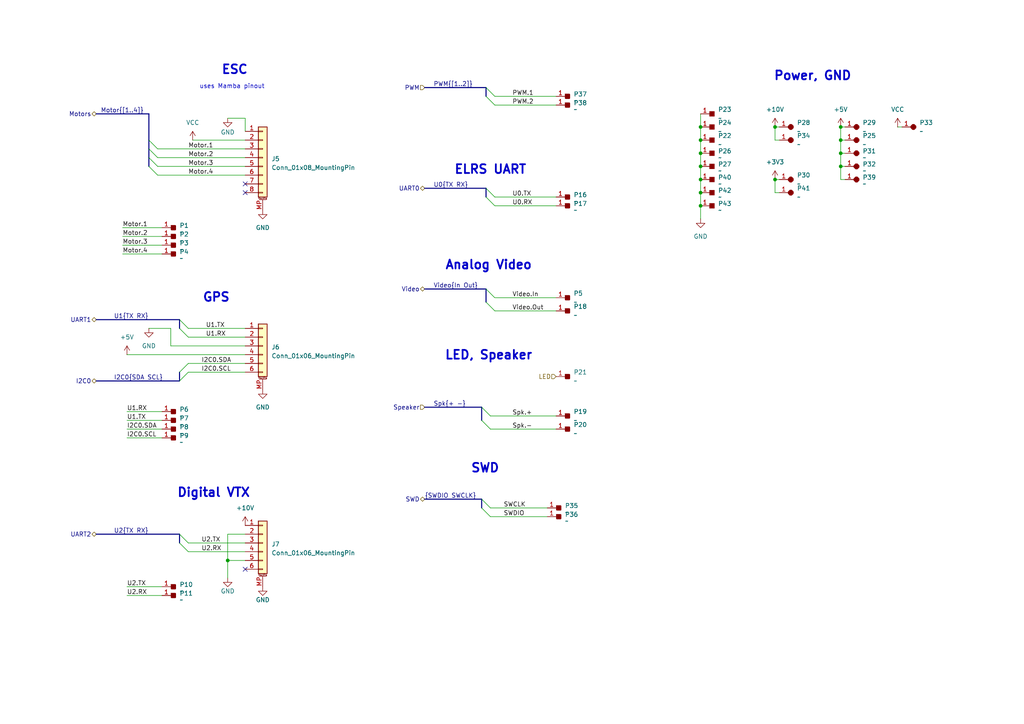
<source format=kicad_sch>
(kicad_sch (version 20250114) (generator "eeschema") (generator_version "9.0")
  (paper "A4")
  (title_block (title "Kolibri FC - External Connections"))
  (lib_symbols
    (symbol "Connector_Generic_MountingPin:Conn_01x06_MountingPin" (pin_names (offset 1.016) (hide yes))
      (property "Reference" "J" (at 0 7.62 0))
      (property "Value" "Conn_01x06_MountingPin" (at 1.27 -10.16 0))
      (symbol "Conn_01x06_MountingPin_1_1"
        (rectangle (start -1.27 6.35) (end 1.27 -8.89) (stroke (width 0.254)) (fill (type background)))
        (rectangle (start -1.27 5.207) (end 0 4.953) (stroke (width 0.1524)))
        (rectangle (start -1.27 2.667) (end 0 2.413) (stroke (width 0.1524)))
        (rectangle (start -1.27 0.127) (end 0 -0.127) (stroke (width 0.1524)))
        (rectangle (start -1.27 -2.413) (end 0 -2.667) (stroke (width 0.1524)))
        (rectangle (start -1.27 -4.953) (end 0 -5.207) (stroke (width 0.1524)))
        (rectangle (start -1.27 -7.493) (end 0 -7.747) (stroke (width 0.1524)))
        (polyline (pts (xy -1.016 -9.652) (xy 1.016 -9.652)) (stroke (width 0.1524)))
        (text "Mounting" (at 0 -9.271 0) (effects (font (size 0.381 0.381))))
        (pin passive line (at -5.08 5.08 0) (length 3.81) (name "Pin_1") (number "1"))
        (pin passive line (at -5.08 2.54 0) (length 3.81) (name "Pin_2") (number "2"))
        (pin passive line (at -5.08 0 0) (length 3.81) (name "Pin_3") (number "3"))
        (pin passive line (at -5.08 -2.54 0) (length 3.81) (name "Pin_4") (number "4"))
        (pin passive line (at -5.08 -5.08 0) (length 3.81) (name "Pin_5") (number "5"))
        (pin passive line (at -5.08 -7.62 0) (length 3.81) (name "Pin_6") (number "6"))
        (pin passive line (at 0 -12.7 90) (length 3.048) (name "MountPin") (number "MP"))
      )
    )
    (symbol "Connector_Generic_MountingPin:Conn_01x08_MountingPin" (pin_names (offset 1.016) (hide yes))
      (property "Reference" "J" (at 0 10.16 0))
      (property "Value" "Conn_01x08_MountingPin" (at 1.27 -12.7 0))
      (symbol "Conn_01x08_MountingPin_1_1"
        (rectangle (start -1.27 8.89) (end 1.27 -11.43) (stroke (width 0.254)) (fill (type background)))
        (rectangle (start -1.27 7.747) (end 0 7.493) (stroke (width 0.1524)))
        (rectangle (start -1.27 5.207) (end 0 4.953) (stroke (width 0.1524)))
        (rectangle (start -1.27 2.667) (end 0 2.413) (stroke (width 0.1524)))
        (rectangle (start -1.27 0.127) (end 0 -0.127) (stroke (width 0.1524)))
        (rectangle (start -1.27 -2.413) (end 0 -2.667) (stroke (width 0.1524)))
        (rectangle (start -1.27 -4.953) (end 0 -5.207) (stroke (width 0.1524)))
        (rectangle (start -1.27 -7.493) (end 0 -7.747) (stroke (width 0.1524)))
        (rectangle (start -1.27 -10.033) (end 0 -10.287) (stroke (width 0.1524)))
        (polyline (pts (xy -1.016 -12.192) (xy 1.016 -12.192)) (stroke (width 0.1524)))
        (text "Mounting" (at 0 -11.811 0) (effects (font (size 0.381 0.381))))
        (pin passive line (at -5.08 7.62 0) (length 3.81) (name "Pin_1") (number "1"))
        (pin passive line (at -5.08 5.08 0) (length 3.81) (name "Pin_2") (number "2"))
        (pin passive line (at -5.08 2.54 0) (length 3.81) (name "Pin_3") (number "3"))
        (pin passive line (at -5.08 0 0) (length 3.81) (name "Pin_4") (number "4"))
        (pin passive line (at -5.08 -2.54 0) (length 3.81) (name "Pin_5") (number "5"))
        (pin passive line (at -5.08 -5.08 0) (length 3.81) (name "Pin_6") (number "6"))
        (pin passive line (at -5.08 -7.62 0) (length 3.81) (name "Pin_7") (number "7"))
        (pin passive line (at -5.08 -10.16 0) (length 3.81) (name "Pin_8") (number "8"))
        (pin passive line (at 0 -15.24 90) (length 3.048) (name "MountPin") (number "MP"))
      )
    )
    (symbol "Kolibri custom:Solder_Pad_octa"
      (property "Reference" "P" (at 0 2.794 0))
      (symbol "Solder_Pad_octa_1_1"
        (polyline (pts (xy 0 0.254) (xy 0.508 0.762) (xy 1.016 0.762) (xy 1.524 0.254) (xy 1.524 -0.254) (xy 1.016 -0.762) (xy 0.508 -0.762) (xy 0 -0.254) (xy 0 0.254)) (fill (type outline)))
        (pin unspecified line (at -2.54 0 0) (length 2.54) (name "") (number "1"))
      )
    )
    (symbol "Kolibri custom:Solder_Pad_rect"
      (property "Reference" "P" (at 0 2.794 0))
      (symbol "Solder_Pad_rect_1_1"
        (rectangle (start 0 0.762) (end 1.524 -0.762) (stroke (width -0.0001)) (fill (type outline)))
        (pin unspecified line (at -2.54 0 0) (length 2.54) (name "") (number "1"))
      )
    )
    (symbol "Kolibri custom:Solder_Pad_rounded"
      (property "Reference" "P" (at 0 2.794 0))
      (symbol "Solder_Pad_rounded_1_1"
        (rectangle (start 0.254 0.508) (end 1.27 -0.508) (stroke (width 0.508)) (fill (type outline)))
        (pin unspecified line (at -2.54 0 0) (length 2.54) (name "") (number "1"))
      )
    )
    (symbol "power:+10V" (power) (pin_numbers (hide yes)) (pin_names (offset 0) (hide yes))
      (property "Value" "+10V" (at 0 3.556 0))
      (symbol "+10V_0_1"
        (polyline (pts (xy -0.762 1.27) (xy 0 2.54)))
        (polyline (pts (xy 0 2.54) (xy 0.762 1.27)))
        (polyline (pts (xy 0 0) (xy 0 2.54)))
      )
      (symbol "+10V_1_1"
        (pin power_in line (at 0 0 90) (length 0) (name "~") (number "1"))
      )
    )
    (symbol "power:+3V3" (power) (pin_numbers (hide yes)) (pin_names (offset 0) (hide yes))
      (property "Value" "+3V3" (at 0 3.556 0))
      (symbol "+3V3_0_1"
        (polyline (pts (xy -0.762 1.27) (xy 0 2.54)))
        (polyline (pts (xy 0 2.54) (xy 0.762 1.27)))
        (polyline (pts (xy 0 0) (xy 0 2.54)))
      )
      (symbol "+3V3_1_1"
        (pin power_in line (at 0 0 90) (length 0) (name "~") (number "1"))
      )
    )
    (symbol "power:+5V" (power) (pin_numbers (hide yes)) (pin_names (offset 0) (hide yes))
      (property "Value" "+5V" (at 0 3.556 0))
      (symbol "+5V_0_1"
        (polyline (pts (xy -0.762 1.27) (xy 0 2.54)))
        (polyline (pts (xy 0 2.54) (xy 0.762 1.27)))
        (polyline (pts (xy 0 0) (xy 0 2.54)))
      )
      (symbol "+5V_1_1"
        (pin power_in line (at 0 0 90) (length 0) (name "~") (number "1"))
      )
    )
    (symbol "power:GND" (power) (pin_numbers (hide yes)) (pin_names (offset 0) (hide yes))
      (property "Value" "GND" (at 0 -3.81 0))
      (symbol "GND_0_1"
        (polyline (pts (xy 0 0) (xy 0 -1.27) (xy 1.27 -1.27) (xy 0 -2.54) (xy -1.27 -1.27) (xy 0 -1.27)))
      )
      (symbol "GND_1_1"
        (pin power_in line (at 0 0 270) (length 0) (name "~") (number "1"))
      )
    )
    (symbol "power:VCC" (power) (pin_numbers (hide yes)) (pin_names (offset 0) (hide yes))
      (property "Value" "VCC" (at 0 3.556 0))
      (symbol "VCC_0_1"
        (polyline (pts (xy -0.762 1.27) (xy 0 2.54)))
        (polyline (pts (xy 0 2.54) (xy 0.762 1.27)))
        (polyline (pts (xy 0 0) (xy 0 2.54)))
      )
      (symbol "VCC_1_1"
        (pin power_in line (at 0 0 90) (length 0) (name "~") (number "1"))
      )
    )
  )
  (text "Power, GND" (at 235.712 22.098 0) (effects (font (size 2.54 2.54) (thickness 0.508) (bold yes))))
  (text "GPS\n" (at 62.738 86.36 0) (effects (font (size 2.54 2.54) (thickness 0.508) (bold yes))))
  (text "LED, Speaker" (at 141.732 103.124 0) (effects (font (size 2.54 2.54) (thickness 0.508) (bold yes))))
  (text "SWD" (at 140.716 135.89 0) (effects (font (size 2.54 2.54) (thickness 0.508) (bold yes))))
  (text "Analog Video" (at 141.732 76.962 0) (effects (font (size 2.54 2.54) (thickness 0.508) (bold yes))))
  (text "ESC" (at 68.072 20.32 0) (effects (font (size 2.54 2.54) (thickness 0.508) (bold yes))))
  (text "uses Mamba pinout" (at 67.31 25.146 0) (effects (font (size 1.27 1.27))))
  (text "Digital VTX" (at 61.976 143.002 0) (effects (font (size 2.54 2.54) (thickness 0.508) (bold yes))))
  (text "ELRS UART" (at 142.24 49.276 0) (effects (font (size 2.54 2.54) (thickness 0.508) (bold yes))))
  (junction (at 243.84 48.26))
  (junction (at 203.2 36.83))
  (junction (at 203.2 48.26))
  (junction (at 243.84 44.45))
  (junction (at 203.2 44.45))
  (junction (at 243.84 40.64))
  (junction (at 203.2 40.64))
  (junction (at 203.2 59.69))
  (junction (at 66.04 162.56))
  (junction (at 243.84 36.83))
  (junction (at 203.2 52.07))
  (junction (at 203.2 55.88))
  (junction (at 224.79 52.07))
  (junction (at 224.79 36.83))
  (no_connect (at 71.12 165.1))
  (no_connect (at 71.12 55.88))
  (no_connect (at 71.12 53.34))
  (bus_entry (at 52.07 95.25) (size 2.54 2.54))
  (bus_entry (at 140.97 25.4) (size 2.54 2.54))
  (bus_entry (at 43.18 48.26) (size 2.54 2.54))
  (bus_entry (at 140.97 27.94) (size 2.54 2.54))
  (bus_entry (at 52.07 110.49) (size 2.54 -2.54))
  (bus_entry (at 139.7 147.32) (size 2.54 2.54))
  (bus_entry (at 52.07 107.95) (size 2.54 -2.54))
  (bus_entry (at 52.07 157.48) (size 2.54 2.54))
  (bus_entry (at 139.7 121.92) (size 2.54 2.54))
  (bus_entry (at 43.18 45.72) (size 2.54 2.54))
  (bus_entry (at 139.7 144.78) (size 2.54 2.54))
  (bus_entry (at 140.97 87.63) (size 2.54 2.54))
  (bus_entry (at 52.07 92.71) (size 2.54 2.54))
  (bus_entry (at 52.07 154.94) (size 2.54 2.54))
  (bus_entry (at 43.18 43.18) (size 2.54 2.54))
  (bus_entry (at 139.7 118.11) (size 2.54 2.54))
  (bus_entry (at 140.97 57.15) (size 2.54 2.54))
  (bus_entry (at 140.97 54.61) (size 2.54 2.54))
  (bus_entry (at 140.97 83.82) (size 2.54 2.54))
  (bus_entry (at 43.18 40.64) (size 2.54 2.54))
  (wire (pts (xy 36.83 127) (xy 46.99 127)))
  (bus (pts (xy 27.94 110.49) (xy 52.07 110.49)))
  (wire (pts (xy 45.72 43.18) (xy 71.12 43.18)))
  (wire (pts (xy 226.06 55.88) (xy 224.79 55.88)))
  (wire (pts (xy 43.18 95.25) (xy 49.53 95.25)))
  (wire (pts (xy 203.2 36.83) (xy 203.2 40.64)))
  (wire (pts (xy 49.53 100.33) (xy 49.53 95.25)))
  (bus (pts (xy 43.18 40.64) (xy 43.18 43.18)))
  (wire (pts (xy 143.51 90.17) (xy 161.29 90.17)))
  (wire (pts (xy 66.04 162.56) (xy 71.12 162.56)))
  (wire (pts (xy 243.84 40.64) (xy 245.11 40.64)))
  (wire (pts (xy 243.84 48.26) (xy 245.11 48.26)))
  (wire (pts (xy 36.83 121.92) (xy 46.99 121.92)))
  (wire (pts (xy 45.72 48.26) (xy 71.12 48.26)))
  (bus (pts (xy 52.07 92.71) (xy 52.07 95.25)))
  (wire (pts (xy 143.51 30.48) (xy 161.29 30.48)))
  (wire (pts (xy 142.24 149.86) (xy 158.75 149.86)))
  (bus (pts (xy 123.19 144.78) (xy 139.7 144.78)))
  (bus (pts (xy 27.94 33.02) (xy 43.18 33.02)))
  (wire (pts (xy 36.83 102.87) (xy 71.12 102.87)))
  (wire (pts (xy 203.2 52.07) (xy 203.2 48.26)))
  (wire (pts (xy 71.12 154.94) (xy 66.04 154.94)))
  (wire (pts (xy 36.83 119.38) (xy 46.99 119.38)))
  (wire (pts (xy 243.84 36.83) (xy 243.84 40.64)))
  (wire (pts (xy 243.84 36.83) (xy 245.11 36.83)))
  (bus (pts (xy 43.18 43.18) (xy 43.18 45.72)))
  (wire (pts (xy 224.79 55.88) (xy 224.79 52.07)))
  (wire (pts (xy 203.2 59.69) (xy 203.2 55.88)))
  (wire (pts (xy 224.79 36.83) (xy 226.06 36.83)))
  (wire (pts (xy 54.61 160.02) (xy 71.12 160.02)))
  (wire (pts (xy 260.35 36.83) (xy 261.62 36.83)))
  (wire (pts (xy 71.12 100.33) (xy 49.53 100.33)))
  (wire (pts (xy 66.04 162.56) (xy 66.04 167.64)))
  (wire (pts (xy 36.83 172.72) (xy 46.99 172.72)))
  (bus (pts (xy 139.7 144.78) (xy 139.7 147.32)))
  (wire (pts (xy 142.24 124.46) (xy 161.29 124.46)))
  (wire (pts (xy 71.12 38.1) (xy 71.12 34.29)))
  (bus (pts (xy 123.19 25.4) (xy 140.97 25.4)))
  (bus (pts (xy 43.18 33.02) (xy 43.18 40.64)))
  (wire (pts (xy 35.56 73.66) (xy 46.99 73.66)))
  (bus (pts (xy 27.94 92.71) (xy 52.07 92.71)))
  (wire (pts (xy 35.56 71.12) (xy 46.99 71.12)))
  (wire (pts (xy 55.88 40.64) (xy 71.12 40.64)))
  (wire (pts (xy 143.51 86.36) (xy 161.29 86.36)))
  (wire (pts (xy 54.61 105.41) (xy 71.12 105.41)))
  (wire (pts (xy 243.84 40.64) (xy 243.84 44.45)))
  (wire (pts (xy 36.83 170.18) (xy 46.99 170.18)))
  (bus (pts (xy 123.19 54.61) (xy 140.97 54.61)))
  (bus (pts (xy 140.97 25.4) (xy 140.97 27.94)))
  (wire (pts (xy 243.84 44.45) (xy 245.11 44.45)))
  (wire (pts (xy 142.24 147.32) (xy 158.75 147.32)))
  (bus (pts (xy 43.18 45.72) (xy 43.18 48.26)))
  (wire (pts (xy 54.61 97.79) (xy 71.12 97.79)))
  (wire (pts (xy 45.72 50.8) (xy 71.12 50.8)))
  (wire (pts (xy 54.61 157.48) (xy 71.12 157.48)))
  (bus (pts (xy 123.19 118.11) (xy 139.7 118.11)))
  (wire (pts (xy 66.04 34.29) (xy 71.12 34.29)))
  (wire (pts (xy 203.2 55.88) (xy 203.2 52.07)))
  (wire (pts (xy 54.61 95.25) (xy 71.12 95.25)))
  (bus (pts (xy 52.07 107.95) (xy 52.07 110.49)))
  (wire (pts (xy 226.06 40.64) (xy 224.79 40.64)))
  (wire (pts (xy 203.2 63.5) (xy 203.2 59.69)))
  (bus (pts (xy 27.94 154.94) (xy 52.07 154.94)))
  (bus (pts (xy 139.7 118.11) (xy 139.7 121.92)))
  (wire (pts (xy 143.51 27.94) (xy 161.29 27.94)))
  (wire (pts (xy 224.79 40.64) (xy 224.79 36.83)))
  (wire (pts (xy 203.2 33.02) (xy 203.2 36.83)))
  (wire (pts (xy 243.84 52.07) (xy 243.84 48.26)))
  (wire (pts (xy 203.2 44.45) (xy 203.2 48.26)))
  (wire (pts (xy 35.56 66.04) (xy 46.99 66.04)))
  (wire (pts (xy 45.72 45.72) (xy 71.12 45.72)))
  (wire (pts (xy 36.83 124.46) (xy 46.99 124.46)))
  (wire (pts (xy 203.2 40.64) (xy 203.2 44.45)))
  (bus (pts (xy 52.07 154.94) (xy 52.07 157.48)))
  (bus (pts (xy 140.97 83.82) (xy 140.97 87.63)))
  (wire (pts (xy 35.56 68.58) (xy 46.99 68.58)))
  (wire (pts (xy 245.11 52.07) (xy 243.84 52.07)))
  (wire (pts (xy 224.79 52.07) (xy 226.06 52.07)))
  (wire (pts (xy 54.61 107.95) (xy 71.12 107.95)))
  (wire (pts (xy 143.51 59.69) (xy 161.29 59.69)))
  (bus (pts (xy 140.97 54.61) (xy 140.97 57.15)))
  (wire (pts (xy 66.04 154.94) (xy 66.04 162.56)))
  (wire (pts (xy 243.84 44.45) (xy 243.84 48.26)))
  (wire (pts (xy 142.24 120.65) (xy 161.29 120.65)))
  (bus (pts (xy 123.19 83.82) (xy 140.97 83.82)))
  (wire (pts (xy 143.51 57.15) (xy 161.29 57.15)))
  (label "Motor.1" (at 35.56 66.04 0))
  (label "Motor.2" (at 35.56 68.58 0))
  (label "Motor.1" (at 54.61 43.18 0))
  (label "PWM.1" (at 148.59 27.94 0))
  (label "U1.RX" (at 59.69 97.79 0))
  (label "Spk.+" (at 148.59 120.65 0))
  (label "U2.RX" (at 58.42 160.02 0))
  (label "U0.RX" (at 148.59 59.69 0))
  (label "U1.RX" (at 36.83 119.38 0))
  (label "U2.RX" (at 36.83 172.72 0))
  (label "I2C0.SCL" (at 36.83 127 0))
  (label "I2C0.SDA" (at 36.83 124.46 0))
  (label "I2C0{SDA SCL}" (at 33.02 110.49 0))
  (label "U1{TX RX}" (at 33.02 92.71 0))
  (label "Video.Out" (at 148.59 90.17 0))
  (label "Motor{[1..4]}" (at 29.21 33.02 0))
  (label "Motor.2" (at 54.61 45.72 0))
  (label "Spk{+ -}" (at 125.73 118.11 0))
  (label "Motor.4" (at 54.61 50.8 0))
  (label "U1.TX" (at 59.69 95.25 0))
  (label "U0.TX" (at 148.59 57.15 0))
  (label "U2.TX" (at 36.83 170.18 0))
  (label "Motor.4" (at 35.56 73.66 0))
  (label "U0{TX RX}" (at 125.73 54.61 0))
  (label "Spk.-" (at 148.59 124.46 0))
  (label "U2.TX" (at 58.42 157.48 0))
  (label "{SWDIO SWCLK}" (at 123.19 144.78 0))
  (label "Video.In" (at 148.59 86.36 0))
  (label "U2{TX RX}" (at 33.02 154.94 0))
  (label "U1.TX" (at 36.83 121.92 0))
  (label "I2C0.SDA" (at 58.42 105.41 0))
  (label "Motor.3" (at 54.61 48.26 0))
  (label "PWM.2" (at 148.59 30.48 0))
  (label "I2C0.SCL" (at 58.42 107.95 0))
  (label "Motor.3" (at 35.56 71.12 0))
  (label "PWM{[1..2]}" (at 125.73 25.4 0))
  (label "Video{In Out}" (at 125.73 83.82 0))
  (label "SWDIO" (at 146.05 149.86 0))
  (label "SWCLK" (at 146.05 147.32 0))
  (hierarchical_label "SWD" (shape bidirectional) (at 123.19 144.78 180))
  (hierarchical_label "UART1" (shape bidirectional) (at 27.94 92.71 180))
  (hierarchical_label "UART2" (shape bidirectional) (at 27.94 154.94 180))
  (hierarchical_label "UART0" (shape bidirectional) (at 123.19 54.61 180))
  (hierarchical_label "PWM" (shape input) (at 123.19 25.4 180))
  (hierarchical_label "Motors" (shape bidirectional) (at 27.94 33.02 180))
  (hierarchical_label "I2C0" (shape bidirectional) (at 27.94 110.49 180))
  (hierarchical_label "Video" (shape bidirectional) (at 123.19 83.82 180))
  (hierarchical_label "LED" (shape input) (at 161.29 109.22 180))
  (hierarchical_label "Speaker" (shape input) (at 123.19 118.11 180))
  (symbol (lib_id "Kolibri custom:Solder_Pad_rounded") (at 49.53 68.58 0) (unit 1)
    (property "Reference" "P2" (at 52.07 67.9449 0) (effects (justify left)))
    (property "Value" "~" (at 52.07 69.85 0) (effects (justify left)))
    (property "Footprint" "Kolibri custom:Solder_Pad_rounded" (effects (hide yes)))
  )
  (symbol (lib_id "Kolibri custom:Solder_Pad_octa") (at 228.6 40.64 0) (unit 1)
    (property "Reference" "P34" (at 231.14 39.3699 0) (effects (justify left)))
    (property "Value" "~" (at 231.14 41.9099 0) (effects (justify left)))
    (property "Footprint" "Kolibri custom:Solder_Pad_octa" (effects (hide yes)))
  )
  (symbol (lib_id "power:+3V3") (at 224.79 52.07 0) (unit 1)
    (property "Reference" "#PWR0129" (effects (hide yes)))
    (property "Value" "+3V3" (at 224.79 46.99 0))
    (property "Description" "Power symbol creates a global label with name \"+3V3\"" (effects (hide yes)))
  )
  (symbol (lib_id "power:GND") (at 66.04 34.29 0) (unit 1)
    (property "Reference" "#PWR0118" (effects (hide yes)))
    (property "Value" "GND" (at 66.04 38.354 0))
    (property "Description" "Power symbol creates a global label with name \"GND\" , ground" (effects (hide yes)))
  )
  (symbol (lib_id "Kolibri custom:Solder_Pad_rounded") (at 49.53 124.46 0) (unit 1)
    (property "Reference" "P8" (at 52.07 123.8249 0) (effects (justify left)))
    (property "Value" "~" (at 52.07 125.73 0) (effects (justify left)))
    (property "Footprint" "Kolibri custom:Solder_Pad_rounded" (effects (hide yes)))
  )
  (symbol (lib_id "Kolibri custom:Solder_Pad_rounded") (at 49.53 73.66 0) (unit 1)
    (property "Reference" "P4" (at 52.07 73.0249 0) (effects (justify left)))
    (property "Value" "~" (at 52.07 74.93 0) (effects (justify left)))
    (property "Footprint" "Kolibri custom:Solder_Pad_rounded" (effects (hide yes)))
  )
  (symbol (lib_id "power:+10V") (at 224.79 36.83 0) (unit 1)
    (property "Reference" "#PWR0126" (effects (hide yes)))
    (property "Value" "+10V" (at 224.79 31.75 0))
    (property "Description" "Power symbol creates a global label with name \"+10V\"" (effects (hide yes)))
  )
  (symbol (lib_id "Kolibri custom:Solder_Pad_rounded") (at 163.83 109.22 0) (unit 1)
    (property "Reference" "P21" (at 166.37 107.9499 0) (effects (justify left)))
    (property "Value" "~" (at 166.37 110.4899 0) (effects (justify left)))
    (property "Footprint" "Kolibri custom:Solder_Pad_rounded" (effects (hide yes)))
  )
  (symbol (lib_id "Connector_Generic_MountingPin:Conn_01x08_MountingPin") (at 76.2 45.72 0) (unit 1)
    (property "Reference" "J5" (at 78.74 46.0755 0) (effects (justify left)))
    (property "Value" "Conn_01x08_MountingPin" (at 78.74 48.6155 0) (effects (justify left)))
    (property "Footprint" "Connector_JST:JST_SH_SM08B-SRSS-TB_1x08-1MP_P1.00mm_Horizontal" (effects (hide yes)))
    (property "Description" "Generic connectable mounting pin connector, single row, 01x08, script generated (kicad-library-utils/schlib/autogen/connector/)" (effects (hide yes)))
  )
  (symbol (lib_id "power:GND") (at 76.2 170.18 0) (unit 1)
    (property "Reference" "#PWR0122" (effects (hide yes)))
    (property "Value" "GND" (at 76.2 173.99 0))
    (property "Description" "Power symbol creates a global label with name \"GND\" , ground" (effects (hide yes)))
  )
  (symbol (lib_id "Kolibri custom:Solder_Pad_rect") (at 205.74 44.45 0) (unit 1)
    (property "Reference" "P26" (at 208.28 43.8149 0) (effects (justify left)))
    (property "Value" "~" (at 208.28 45.72 0) (effects (justify left)))
    (property "Footprint" "Kolibri custom:Solder_Pad_rect" (effects (hide yes)))
  )
  (symbol (lib_id "Kolibri custom:Solder_Pad_rounded") (at 49.53 172.72 0) (unit 1)
    (property "Reference" "P11" (at 52.07 172.0849 0) (effects (justify left)))
    (property "Value" "~" (at 52.07 173.99 0) (effects (justify left)))
    (property "Footprint" "Kolibri custom:Solder_Pad_rounded" (effects (hide yes)))
  )
  (symbol (lib_id "Kolibri custom:Solder_Pad_rounded") (at 49.53 121.92 0) (unit 1)
    (property "Reference" "P7" (at 52.07 121.2849 0) (effects (justify left)))
    (property "Value" "~" (at 52.07 123.19 0) (effects (justify left)))
    (property "Footprint" "Kolibri custom:Solder_Pad_rounded" (effects (hide yes)))
  )
  (symbol (lib_id "Kolibri custom:Solder_Pad_rounded") (at 163.83 90.17 0) (unit 1)
    (property "Reference" "P18" (at 166.37 88.8999 0) (effects (justify left)))
    (property "Value" "~" (at 166.37 91.4399 0) (effects (justify left)))
    (property "Footprint" "Kolibri custom:Solder_Pad_rounded" (effects (hide yes)))
  )
  (symbol (lib_id "Kolibri custom:Solder_Pad_octa") (at 228.6 36.83 0) (unit 1)
    (property "Reference" "P28" (at 231.14 35.5599 0) (effects (justify left)))
    (property "Value" "~" (at 231.14 38.0999 0) (effects (justify left)))
    (property "Footprint" "Kolibri custom:Solder_Pad_octa" (effects (hide yes)))
  )
  (symbol (lib_id "Kolibri custom:Solder_Pad_octa") (at 247.65 52.07 0) (unit 1)
    (property "Reference" "P39" (at 250.19 51.4349 0) (effects (justify left)))
    (property "Value" "~" (at 250.19 53.34 0) (effects (justify left)))
    (property "Footprint" "Kolibri custom:Solder_Pad_octa" (effects (hide yes)))
  )
  (symbol (lib_id "Kolibri custom:Solder_Pad_octa") (at 247.65 44.45 0) (unit 1)
    (property "Reference" "P31" (at 250.19 43.8149 0) (effects (justify left)))
    (property "Value" "~" (at 250.19 45.72 0) (effects (justify left)))
    (property "Footprint" "Kolibri custom:Solder_Pad_octa" (effects (hide yes)))
  )
  (symbol (lib_id "Kolibri custom:Solder_Pad_rect") (at 205.74 59.69 0) (unit 1)
    (property "Reference" "P43" (at 208.28 59.0549 0) (effects (justify left)))
    (property "Value" "~" (at 208.28 60.96 0) (effects (justify left)))
    (property "Footprint" "Kolibri custom:Solder_Pad_rect" (effects (hide yes)))
  )
  (symbol (lib_id "Kolibri custom:Solder_Pad_rect") (at 205.74 55.88 0) (unit 1)
    (property "Reference" "P42" (at 208.28 55.2449 0) (effects (justify left)))
    (property "Value" "~" (at 208.28 57.15 0) (effects (justify left)))
    (property "Footprint" "Kolibri custom:Solder_Pad_rect" (effects (hide yes)))
  )
  (symbol (lib_id "Connector_Generic_MountingPin:Conn_01x06_MountingPin") (at 76.2 157.48 0) (unit 1)
    (property "Reference" "J7" (at 78.74 157.8355 0) (effects (justify left)))
    (property "Value" "Conn_01x06_MountingPin" (at 78.74 160.3755 0) (effects (justify left)))
    (property "Footprint" "Connector_JST:JST_SH_SM06B-SRSS-TB_1x06-1MP_P1.00mm_Horizontal" (effects (hide yes)))
    (property "Description" "Generic connectable mounting pin connector, single row, 01x06, script generated (kicad-library-utils/schlib/autogen/connector/)" (effects (hide yes)))
  )
  (symbol (lib_id "Kolibri custom:Solder_Pad_octa") (at 228.6 52.07 0) (unit 1)
    (property "Reference" "P30" (at 231.14 50.7999 0) (effects (justify left)))
    (property "Value" "~" (at 231.14 53.3399 0) (effects (justify left)))
    (property "Footprint" "Kolibri custom:Solder_Pad_octa" (effects (hide yes)))
  )
  (symbol (lib_id "power:GND") (at 43.18 95.25 0) (unit 1)
    (property "Reference" "#PWR0119" (effects (hide yes)))
    (property "Value" "GND" (at 43.18 100.33 0))
    (property "Description" "Power symbol creates a global label with name \"GND\" , ground" (effects (hide yes)))
  )
  (symbol (lib_id "Kolibri custom:Solder_Pad_rect") (at 205.74 40.64 0) (unit 1)
    (property "Reference" "P22" (at 208.28 39.3699 0) (effects (justify left)))
    (property "Value" "~" (at 208.28 41.9099 0) (effects (justify left)))
    (property "Footprint" "Kolibri custom:Solder_Pad_rect" (effects (hide yes)))
  )
  (symbol (lib_id "Kolibri custom:Solder_Pad_octa") (at 228.6 55.88 0) (unit 1)
    (property "Reference" "P41" (at 231.14 54.6099 0) (effects (justify left)))
    (property "Value" "~" (at 231.14 57.1499 0) (effects (justify left)))
    (property "Footprint" "Kolibri custom:Solder_Pad_octa" (effects (hide yes)))
  )
  (symbol (lib_id "Kolibri custom:Solder_Pad_rounded") (at 163.83 59.69 0) (unit 1)
    (property "Reference" "P17" (at 166.37 59.0549 0) (effects (justify left)))
    (property "Value" "~" (at 166.37 60.96 0) (effects (justify left)))
    (property "Footprint" "Kolibri custom:Solder_Pad_rounded" (effects (hide yes)))
  )
  (symbol (lib_id "power:GND") (at 76.2 60.96 0) (unit 1)
    (property "Reference" "#PWR0116" (effects (hide yes)))
    (property "Value" "GND" (at 76.2 66.04 0))
    (property "Description" "Power symbol creates a global label with name \"GND\" , ground" (effects (hide yes)))
  )
  (symbol (lib_id "Kolibri custom:Solder_Pad_rect") (at 205.74 52.07 0) (unit 1)
    (property "Reference" "P40" (at 208.28 51.4349 0) (effects (justify left)))
    (property "Value" "~" (at 208.28 53.34 0) (effects (justify left)))
    (property "Footprint" "Kolibri custom:Solder_Pad_rect" (effects (hide yes)))
  )
  (symbol (lib_id "Kolibri custom:Solder_Pad_rounded") (at 163.83 124.46 0) (unit 1)
    (property "Reference" "P20" (at 166.37 123.1899 0) (effects (justify left)))
    (property "Value" "~" (at 166.37 125.7299 0) (effects (justify left)))
    (property "Footprint" "Kolibri custom:Solder_Pad_rounded" (effects (hide yes)))
  )
  (symbol (lib_id "Kolibri custom:Solder_Pad_octa") (at 264.16 36.83 0) (unit 1)
    (property "Reference" "P33" (at 266.7 35.5599 0) (effects (justify left)))
    (property "Value" "~" (at 266.7 38.0999 0) (effects (justify left)))
    (property "Footprint" "Kolibri custom:Solder_Pad_octa" (effects (hide yes)))
  )
  (symbol (lib_id "power:GND") (at 66.04 167.64 0) (unit 1)
    (property "Reference" "#PWR0123" (effects (hide yes)))
    (property "Value" "GND" (at 66.04 171.45 0))
    (property "Description" "Power symbol creates a global label with name \"GND\" , ground" (effects (hide yes)))
  )
  (symbol (lib_id "Kolibri custom:Solder_Pad_rect") (at 205.74 48.26 0) (unit 1)
    (property "Reference" "P27" (at 208.28 47.6249 0) (effects (justify left)))
    (property "Value" "~" (at 208.28 49.53 0) (effects (justify left)))
    (property "Footprint" "Kolibri custom:Solder_Pad_rect" (effects (hide yes)))
  )
  (symbol (lib_id "power:+5V") (at 36.83 102.87 0) (unit 1)
    (property "Reference" "#PWR0120" (effects (hide yes)))
    (property "Value" "+5V" (at 36.83 97.79 0))
    (property "Description" "Power symbol creates a global label with name \"+5V\"" (effects (hide yes)))
  )
  (symbol (lib_id "Kolibri custom:Solder_Pad_rounded") (at 163.83 30.48 0) (unit 1)
    (property "Reference" "P38" (at 166.37 29.8449 0) (effects (justify left)))
    (property "Value" "~" (at 166.37 31.75 0) (effects (justify left)))
    (property "Footprint" "Kolibri custom:Solder_Pad_rounded" (effects (hide yes)))
  )
  (symbol (lib_id "power:GND") (at 203.2 63.5 0) (unit 1)
    (property "Reference" "#PWR0125" (effects (hide yes)))
    (property "Value" "GND" (at 203.2 68.58 0))
    (property "Description" "Power symbol creates a global label with name \"GND\" , ground" (effects (hide yes)))
  )
  (symbol (lib_id "Kolibri custom:Solder_Pad_rounded") (at 163.83 27.94 0) (unit 1)
    (property "Reference" "P37" (at 166.37 27.3049 0) (effects (justify left)))
    (property "Value" "~" (at 166.37 29.21 0) (effects (justify left)))
    (property "Footprint" "Kolibri custom:Solder_Pad_rounded" (effects (hide yes)))
  )
  (symbol (lib_id "Kolibri custom:Solder_Pad_rounded") (at 49.53 127 0) (unit 1)
    (property "Reference" "P9" (at 52.07 126.3649 0) (effects (justify left)))
    (property "Value" "~" (at 52.07 128.27 0) (effects (justify left)))
    (property "Footprint" "Kolibri custom:Solder_Pad_rounded" (effects (hide yes)))
  )
  (symbol (lib_id "power:VCC") (at 55.88 40.64 0) (unit 1)
    (property "Reference" "#PWR0117" (effects (hide yes)))
    (property "Value" "VCC" (at 55.88 35.56 0))
    (property "Description" "Power symbol creates a global label with name \"VCC\"" (effects (hide yes)))
  )
  (symbol (lib_id "Kolibri custom:Solder_Pad_rect") (at 205.74 33.02 0) (unit 1)
    (property "Reference" "P23" (at 208.28 31.7499 0) (effects (justify left)))
    (property "Value" "~" (at 208.28 34.2899 0) (effects (justify left)))
    (property "Footprint" "Kolibri custom:Solder_Pad_rect" (effects (hide yes)))
  )
  (symbol (lib_id "power:VCC") (at 260.35 36.83 0) (unit 1)
    (property "Reference" "#PWR0128" (effects (hide yes)))
    (property "Value" "VCC" (at 260.35 31.75 0))
    (property "Description" "Power symbol creates a global label with name \"VCC\"" (effects (hide yes)))
  )
  (symbol (lib_id "Connector_Generic_MountingPin:Conn_01x06_MountingPin") (at 76.2 100.33 0) (unit 1)
    (property "Reference" "J6" (at 78.74 100.6855 0) (effects (justify left)))
    (property "Value" "Conn_01x06_MountingPin" (at 78.74 103.2255 0) (effects (justify left)))
    (property "Footprint" "Connector_JST:JST_SH_SM06B-SRSS-TB_1x06-1MP_P1.00mm_Horizontal" (effects (hide yes)))
    (property "Description" "Generic connectable mounting pin connector, single row, 01x06, script generated (kicad-library-utils/schlib/autogen/connector/)" (effects (hide yes)))
  )
  (symbol (lib_id "Kolibri custom:Solder_Pad_rounded") (at 163.83 86.36 0) (unit 1)
    (property "Reference" "P5" (at 166.37 85.0899 0) (effects (justify left)))
    (property "Value" "~" (at 166.37 87.6299 0) (effects (justify left)))
    (property "Footprint" "Kolibri custom:Solder_Pad_rounded" (effects (hide yes)))
  )
  (symbol (lib_id "Kolibri custom:Solder_Pad_octa") (at 247.65 40.64 0) (unit 1)
    (property "Reference" "P25" (at 250.19 39.3699 0) (effects (justify left)))
    (property "Value" "~" (at 250.19 41.9099 0) (effects (justify left)))
    (property "Footprint" "Kolibri custom:Solder_Pad_octa" (effects (hide yes)))
  )
  (symbol (lib_id "power:+10V") (at 71.12 152.4 0) (unit 1)
    (property "Reference" "#PWR0121" (effects (hide yes)))
    (property "Value" "+10V" (at 71.12 147.32 0))
    (property "Description" "Power symbol creates a global label with name \"+10V\"" (effects (hide yes)))
  )
  (symbol (lib_id "Kolibri custom:Solder_Pad_rounded") (at 49.53 66.04 0) (unit 1)
    (property "Reference" "P1" (at 52.07 65.4049 0) (effects (justify left)))
    (property "Value" "~" (at 52.07 67.31 0) (effects (justify left)))
    (property "Footprint" "Kolibri custom:Solder_Pad_rounded" (effects (hide yes)))
  )
  (symbol (lib_id "Kolibri custom:Solder_Pad_rounded") (at 161.29 149.86 0) (unit 1)
    (property "Reference" "P36" (at 163.83 149.2249 0) (effects (justify left)))
    (property "Value" "~" (at 163.83 151.13 0) (effects (justify left)))
    (property "Footprint" "Kolibri custom:Solder_Pad_rounded" (effects (hide yes)))
  )
  (symbol (lib_id "power:GND") (at 76.2 113.03 0) (unit 1)
    (property "Reference" "#PWR0172" (effects (hide yes)))
    (property "Value" "GND" (at 76.2 118.11 0))
    (property "Description" "Power symbol creates a global label with name \"GND\" , ground" (effects (hide yes)))
  )
  (symbol (lib_id "Kolibri custom:Solder_Pad_octa") (at 247.65 36.83 0) (unit 1)
    (property "Reference" "P29" (at 250.19 35.5599 0) (effects (justify left)))
    (property "Value" "~" (at 250.19 38.0999 0) (effects (justify left)))
    (property "Footprint" "Kolibri custom:Solder_Pad_octa" (effects (hide yes)))
  )
  (symbol (lib_id "Kolibri custom:Solder_Pad_rect") (at 205.74 36.83 0) (unit 1)
    (property "Reference" "P24" (at 208.28 35.5599 0) (effects (justify left)))
    (property "Value" "~" (at 208.28 38.0999 0) (effects (justify left)))
    (property "Footprint" "Kolibri custom:Solder_Pad_rect" (effects (hide yes)))
  )
  (symbol (lib_id "Kolibri custom:Solder_Pad_octa") (at 247.65 48.26 0) (unit 1)
    (property "Reference" "P32" (at 250.19 47.6249 0) (effects (justify left)))
    (property "Value" "~" (at 250.19 49.53 0) (effects (justify left)))
    (property "Footprint" "Kolibri custom:Solder_Pad_octa" (effects (hide yes)))
  )
  (symbol (lib_id "Kolibri custom:Solder_Pad_rounded") (at 49.53 71.12 0) (unit 1)
    (property "Reference" "P3" (at 52.07 70.4849 0) (effects (justify left)))
    (property "Value" "~" (at 52.07 72.39 0) (effects (justify left)))
    (property "Footprint" "Kolibri custom:Solder_Pad_rounded" (effects (hide yes)))
  )
  (symbol (lib_id "Kolibri custom:Solder_Pad_rounded") (at 49.53 119.38 0) (unit 1)
    (property "Reference" "P6" (at 52.07 118.7449 0) (effects (justify left)))
    (property "Value" "~" (at 52.07 120.65 0) (effects (justify left)))
    (property "Footprint" "Kolibri custom:Solder_Pad_rounded" (effects (hide yes)))
  )
  (symbol (lib_id "Kolibri custom:Solder_Pad_rounded") (at 163.83 57.15 0) (unit 1)
    (property "Reference" "P16" (at 166.37 56.5149 0) (effects (justify left)))
    (property "Value" "~" (at 166.37 58.42 0) (effects (justify left)))
    (property "Footprint" "Kolibri custom:Solder_Pad_rounded" (effects (hide yes)))
  )
  (symbol (lib_id "Kolibri custom:Solder_Pad_rounded") (at 49.53 170.18 0) (unit 1)
    (property "Reference" "P10" (at 52.07 169.5449 0) (effects (justify left)))
    (property "Value" "~" (at 52.07 171.45 0) (effects (justify left)))
    (property "Footprint" "Kolibri custom:Solder_Pad_rounded" (effects (hide yes)))
  )
  (symbol (lib_id "power:+5V") (at 243.84 36.83 0) (unit 1)
    (property "Reference" "#PWR0127" (effects (hide yes)))
    (property "Value" "+5V" (at 243.84 31.75 0))
    (property "Description" "Power symbol creates a global label with name \"+5V\"" (effects (hide yes)))
  )
  (symbol (lib_id "Kolibri custom:Solder_Pad_rounded") (at 161.29 147.32 0) (unit 1)
    (property "Reference" "P35" (at 163.83 146.6849 0) (effects (justify left)))
    (property "Value" "~" (at 163.83 148.59 0) (effects (justify left)))
    (property "Footprint" "Kolibri custom:Solder_Pad_rounded" (effects (hide yes)))
  )
  (symbol (lib_id "Kolibri custom:Solder_Pad_rounded") (at 163.83 120.65 0) (unit 1)
    (property "Reference" "P19" (at 166.37 119.3799 0) (effects (justify left)))
    (property "Value" "~" (at 166.37 121.9199 0) (effects (justify left)))
    (property "Footprint" "Kolibri custom:Solder_Pad_rounded" (effects (hide yes)))
  )
)
</source>
